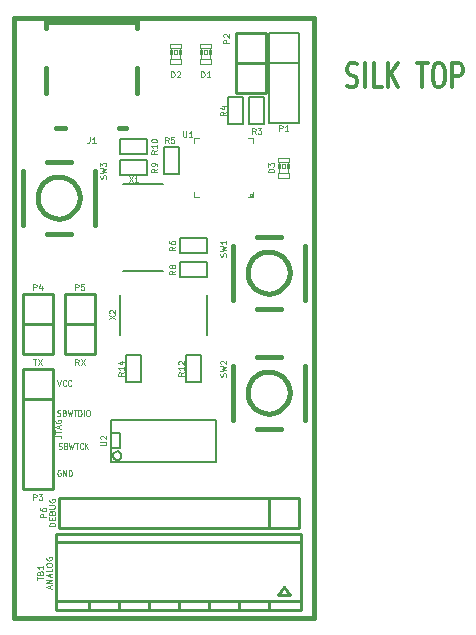
<source format=gto>
G04 (created by PCBNEW-RS274X (2012-01-19 BZR 3256)-stable) date 9/17/2012 8:45:25 AM*
G01*
G70*
G90*
%MOIN*%
G04 Gerber Fmt 3.4, Leading zero omitted, Abs format*
%FSLAX34Y34*%
G04 APERTURE LIST*
%ADD10C,0.006000*%
%ADD11C,0.012000*%
%ADD12C,0.004000*%
%ADD13C,0.015000*%
%ADD14C,0.003900*%
%ADD15C,0.005000*%
%ADD16C,0.002600*%
%ADD17C,0.010000*%
G04 APERTURE END LIST*
G54D10*
G54D11*
X71114Y-32286D02*
X71200Y-32324D01*
X71343Y-32324D01*
X71400Y-32286D01*
X71429Y-32248D01*
X71457Y-32171D01*
X71457Y-32095D01*
X71429Y-32019D01*
X71400Y-31981D01*
X71343Y-31943D01*
X71229Y-31905D01*
X71171Y-31867D01*
X71143Y-31829D01*
X71114Y-31752D01*
X71114Y-31676D01*
X71143Y-31600D01*
X71171Y-31562D01*
X71229Y-31524D01*
X71371Y-31524D01*
X71457Y-31562D01*
X71714Y-32324D02*
X71714Y-31524D01*
X72286Y-32324D02*
X72000Y-32324D01*
X72000Y-31524D01*
X72486Y-32324D02*
X72486Y-31524D01*
X72829Y-32324D02*
X72572Y-31867D01*
X72829Y-31524D02*
X72486Y-31981D01*
X73457Y-31524D02*
X73800Y-31524D01*
X73629Y-32324D02*
X73629Y-31524D01*
X74114Y-31524D02*
X74228Y-31524D01*
X74286Y-31562D01*
X74343Y-31638D01*
X74371Y-31790D01*
X74371Y-32057D01*
X74343Y-32210D01*
X74286Y-32286D01*
X74228Y-32324D01*
X74114Y-32324D01*
X74057Y-32286D01*
X74000Y-32210D01*
X73971Y-32057D01*
X73971Y-31790D01*
X74000Y-31638D01*
X74057Y-31562D01*
X74114Y-31524D01*
X74629Y-32324D02*
X74629Y-31524D01*
X74857Y-31524D01*
X74915Y-31562D01*
X74943Y-31600D01*
X74972Y-31676D01*
X74972Y-31790D01*
X74943Y-31867D01*
X74915Y-31905D01*
X74857Y-31943D01*
X74629Y-31943D01*
G54D12*
X61563Y-45090D02*
X61546Y-45081D01*
X61520Y-45081D01*
X61495Y-45090D01*
X61477Y-45110D01*
X61469Y-45129D01*
X61460Y-45167D01*
X61460Y-45195D01*
X61469Y-45233D01*
X61477Y-45252D01*
X61495Y-45271D01*
X61520Y-45281D01*
X61537Y-45281D01*
X61563Y-45271D01*
X61572Y-45262D01*
X61572Y-45195D01*
X61537Y-45195D01*
X61649Y-45281D02*
X61649Y-45081D01*
X61752Y-45281D01*
X61752Y-45081D01*
X61838Y-45281D02*
X61838Y-45081D01*
X61881Y-45081D01*
X61906Y-45090D01*
X61924Y-45110D01*
X61932Y-45129D01*
X61941Y-45167D01*
X61941Y-45195D01*
X61932Y-45233D01*
X61924Y-45252D01*
X61906Y-45271D01*
X61881Y-45281D01*
X61838Y-45281D01*
X61507Y-44371D02*
X61533Y-44381D01*
X61576Y-44381D01*
X61593Y-44371D01*
X61602Y-44362D01*
X61610Y-44343D01*
X61610Y-44324D01*
X61602Y-44305D01*
X61593Y-44295D01*
X61576Y-44286D01*
X61542Y-44276D01*
X61524Y-44267D01*
X61516Y-44257D01*
X61507Y-44238D01*
X61507Y-44219D01*
X61516Y-44200D01*
X61524Y-44190D01*
X61542Y-44181D01*
X61584Y-44181D01*
X61610Y-44190D01*
X61747Y-44276D02*
X61773Y-44286D01*
X61781Y-44295D01*
X61790Y-44314D01*
X61790Y-44343D01*
X61781Y-44362D01*
X61773Y-44371D01*
X61755Y-44381D01*
X61687Y-44381D01*
X61687Y-44181D01*
X61747Y-44181D01*
X61764Y-44190D01*
X61773Y-44200D01*
X61781Y-44219D01*
X61781Y-44238D01*
X61773Y-44257D01*
X61764Y-44267D01*
X61747Y-44276D01*
X61687Y-44276D01*
X61850Y-44181D02*
X61893Y-44381D01*
X61927Y-44238D01*
X61961Y-44381D01*
X62004Y-44181D01*
X62047Y-44181D02*
X62150Y-44181D01*
X62099Y-44381D02*
X62099Y-44181D01*
X62313Y-44362D02*
X62304Y-44371D01*
X62278Y-44381D01*
X62261Y-44381D01*
X62236Y-44371D01*
X62218Y-44352D01*
X62210Y-44333D01*
X62201Y-44295D01*
X62201Y-44267D01*
X62210Y-44229D01*
X62218Y-44210D01*
X62236Y-44190D01*
X62261Y-44181D01*
X62278Y-44181D01*
X62304Y-44190D01*
X62313Y-44200D01*
X62390Y-44381D02*
X62390Y-44181D01*
X62493Y-44381D02*
X62416Y-44267D01*
X62493Y-44181D02*
X62390Y-44295D01*
X61460Y-43271D02*
X61486Y-43281D01*
X61529Y-43281D01*
X61546Y-43271D01*
X61555Y-43262D01*
X61563Y-43243D01*
X61563Y-43224D01*
X61555Y-43205D01*
X61546Y-43195D01*
X61529Y-43186D01*
X61495Y-43176D01*
X61477Y-43167D01*
X61469Y-43157D01*
X61460Y-43138D01*
X61460Y-43119D01*
X61469Y-43100D01*
X61477Y-43090D01*
X61495Y-43081D01*
X61537Y-43081D01*
X61563Y-43090D01*
X61700Y-43176D02*
X61726Y-43186D01*
X61734Y-43195D01*
X61743Y-43214D01*
X61743Y-43243D01*
X61734Y-43262D01*
X61726Y-43271D01*
X61708Y-43281D01*
X61640Y-43281D01*
X61640Y-43081D01*
X61700Y-43081D01*
X61717Y-43090D01*
X61726Y-43100D01*
X61734Y-43119D01*
X61734Y-43138D01*
X61726Y-43157D01*
X61717Y-43167D01*
X61700Y-43176D01*
X61640Y-43176D01*
X61803Y-43081D02*
X61846Y-43281D01*
X61880Y-43138D01*
X61914Y-43281D01*
X61957Y-43081D01*
X62000Y-43081D02*
X62103Y-43081D01*
X62052Y-43281D02*
X62052Y-43081D01*
X62163Y-43281D02*
X62163Y-43081D01*
X62206Y-43081D01*
X62231Y-43090D01*
X62249Y-43110D01*
X62257Y-43129D01*
X62266Y-43167D01*
X62266Y-43195D01*
X62257Y-43233D01*
X62249Y-43252D01*
X62231Y-43271D01*
X62206Y-43281D01*
X62163Y-43281D01*
X62343Y-43281D02*
X62343Y-43081D01*
X62463Y-43081D02*
X62497Y-43081D01*
X62515Y-43090D01*
X62532Y-43110D01*
X62540Y-43148D01*
X62540Y-43214D01*
X62532Y-43252D01*
X62515Y-43271D01*
X62497Y-43281D01*
X62463Y-43281D01*
X62446Y-43271D01*
X62429Y-43252D01*
X62420Y-43214D01*
X62420Y-43148D01*
X62429Y-43110D01*
X62446Y-43090D01*
X62463Y-43081D01*
X61460Y-42081D02*
X61520Y-42281D01*
X61580Y-42081D01*
X61743Y-42262D02*
X61734Y-42271D01*
X61708Y-42281D01*
X61691Y-42281D01*
X61666Y-42271D01*
X61648Y-42252D01*
X61640Y-42233D01*
X61631Y-42195D01*
X61631Y-42167D01*
X61640Y-42129D01*
X61648Y-42110D01*
X61666Y-42090D01*
X61691Y-42081D01*
X61708Y-42081D01*
X61734Y-42090D01*
X61743Y-42100D01*
X61923Y-42262D02*
X61914Y-42271D01*
X61888Y-42281D01*
X61871Y-42281D01*
X61846Y-42271D01*
X61828Y-42252D01*
X61820Y-42233D01*
X61811Y-42195D01*
X61811Y-42167D01*
X61820Y-42129D01*
X61828Y-42110D01*
X61846Y-42090D01*
X61871Y-42081D01*
X61888Y-42081D01*
X61914Y-42090D01*
X61923Y-42100D01*
G54D13*
X60000Y-50000D02*
X70000Y-50000D01*
X60000Y-30000D02*
X60000Y-50000D01*
X70000Y-30000D02*
X60000Y-30000D01*
X70000Y-30000D02*
X70000Y-50000D01*
G54D14*
X67946Y-35906D02*
X67945Y-35913D01*
X67942Y-35921D01*
X67939Y-35928D01*
X67934Y-35934D01*
X67928Y-35939D01*
X67921Y-35942D01*
X67914Y-35945D01*
X67906Y-35945D01*
X67899Y-35945D01*
X67892Y-35943D01*
X67885Y-35939D01*
X67879Y-35934D01*
X67873Y-35928D01*
X67870Y-35921D01*
X67867Y-35914D01*
X67867Y-35906D01*
X67867Y-35899D01*
X67869Y-35892D01*
X67873Y-35885D01*
X67878Y-35879D01*
X67884Y-35874D01*
X67890Y-35870D01*
X67898Y-35867D01*
X67906Y-35867D01*
X67912Y-35867D01*
X67920Y-35869D01*
X67927Y-35873D01*
X67933Y-35878D01*
X67938Y-35883D01*
X67942Y-35890D01*
X67945Y-35898D01*
X67945Y-35905D01*
X67946Y-35906D01*
X67827Y-35984D02*
X67984Y-35984D01*
X67984Y-35984D02*
X67984Y-35827D01*
X67984Y-34173D02*
X67984Y-34016D01*
X67984Y-34016D02*
X67827Y-34016D01*
X66173Y-34016D02*
X66016Y-34016D01*
X66016Y-34173D02*
X66016Y-34016D01*
X66016Y-35984D02*
X66016Y-35827D01*
X66016Y-35984D02*
X66173Y-35984D01*
G54D13*
X61420Y-33680D02*
X61700Y-33680D01*
X64110Y-30140D02*
X64110Y-30350D01*
X61090Y-30140D02*
X61090Y-30350D01*
X64120Y-31680D02*
X64120Y-32500D01*
X61080Y-31680D02*
X61080Y-32520D01*
X63500Y-33680D02*
X63760Y-33680D01*
X61090Y-30140D02*
X64110Y-30140D01*
X69200Y-38500D02*
X69186Y-38635D01*
X69147Y-38766D01*
X69083Y-38887D01*
X68996Y-38993D01*
X68891Y-39080D01*
X68771Y-39145D01*
X68640Y-39185D01*
X68504Y-39199D01*
X68369Y-39187D01*
X68238Y-39149D01*
X68117Y-39085D01*
X68011Y-39000D01*
X67923Y-38895D01*
X67857Y-38775D01*
X67816Y-38645D01*
X67801Y-38509D01*
X67812Y-38374D01*
X67850Y-38243D01*
X67912Y-38121D01*
X67997Y-38014D01*
X68101Y-37926D01*
X68220Y-37859D01*
X68350Y-37817D01*
X68486Y-37801D01*
X68621Y-37811D01*
X68753Y-37848D01*
X68875Y-37909D01*
X68982Y-37994D01*
X69072Y-38097D01*
X69139Y-38216D01*
X69182Y-38345D01*
X69199Y-38481D01*
X69200Y-38500D01*
X68900Y-39700D02*
X68100Y-39700D01*
X69700Y-37600D02*
X69700Y-39400D01*
X68100Y-37300D02*
X68900Y-37300D01*
X67300Y-39400D02*
X67300Y-37600D01*
X62200Y-36000D02*
X62186Y-36135D01*
X62147Y-36266D01*
X62083Y-36387D01*
X61996Y-36493D01*
X61891Y-36580D01*
X61771Y-36645D01*
X61640Y-36685D01*
X61504Y-36699D01*
X61369Y-36687D01*
X61238Y-36649D01*
X61117Y-36585D01*
X61011Y-36500D01*
X60923Y-36395D01*
X60857Y-36275D01*
X60816Y-36145D01*
X60801Y-36009D01*
X60812Y-35874D01*
X60850Y-35743D01*
X60912Y-35621D01*
X60997Y-35514D01*
X61101Y-35426D01*
X61220Y-35359D01*
X61350Y-35317D01*
X61486Y-35301D01*
X61621Y-35311D01*
X61753Y-35348D01*
X61875Y-35409D01*
X61982Y-35494D01*
X62072Y-35597D01*
X62139Y-35716D01*
X62182Y-35845D01*
X62199Y-35981D01*
X62200Y-36000D01*
X61100Y-34800D02*
X61900Y-34800D01*
X60300Y-36900D02*
X60300Y-35100D01*
X61900Y-37200D02*
X61100Y-37200D01*
X62700Y-35100D02*
X62700Y-36900D01*
X69200Y-42500D02*
X69186Y-42635D01*
X69147Y-42766D01*
X69083Y-42887D01*
X68996Y-42993D01*
X68891Y-43080D01*
X68771Y-43145D01*
X68640Y-43185D01*
X68504Y-43199D01*
X68369Y-43187D01*
X68238Y-43149D01*
X68117Y-43085D01*
X68011Y-43000D01*
X67923Y-42895D01*
X67857Y-42775D01*
X67816Y-42645D01*
X67801Y-42509D01*
X67812Y-42374D01*
X67850Y-42243D01*
X67912Y-42121D01*
X67997Y-42014D01*
X68101Y-41926D01*
X68220Y-41859D01*
X68350Y-41817D01*
X68486Y-41801D01*
X68621Y-41811D01*
X68753Y-41848D01*
X68875Y-41909D01*
X68982Y-41994D01*
X69072Y-42097D01*
X69139Y-42216D01*
X69182Y-42345D01*
X69199Y-42481D01*
X69200Y-42500D01*
X68900Y-43700D02*
X68100Y-43700D01*
X69700Y-41600D02*
X69700Y-43400D01*
X68100Y-41300D02*
X68900Y-41300D01*
X67300Y-43400D02*
X67300Y-41600D01*
G54D10*
X63250Y-43400D02*
X66750Y-43400D01*
X66750Y-43400D02*
X66750Y-44800D01*
X66750Y-44800D02*
X63250Y-44800D01*
X63250Y-44800D02*
X63250Y-43400D01*
G54D15*
X63591Y-44600D02*
X63588Y-44627D01*
X63580Y-44653D01*
X63567Y-44678D01*
X63550Y-44699D01*
X63528Y-44716D01*
X63504Y-44729D01*
X63478Y-44738D01*
X63450Y-44740D01*
X63424Y-44738D01*
X63398Y-44730D01*
X63373Y-44717D01*
X63352Y-44700D01*
X63334Y-44679D01*
X63321Y-44655D01*
X63313Y-44629D01*
X63310Y-44601D01*
X63312Y-44575D01*
X63319Y-44549D01*
X63332Y-44524D01*
X63349Y-44503D01*
X63370Y-44485D01*
X63394Y-44471D01*
X63420Y-44463D01*
X63448Y-44460D01*
X63474Y-44462D01*
X63500Y-44469D01*
X63525Y-44481D01*
X63547Y-44498D01*
X63565Y-44519D01*
X63578Y-44543D01*
X63587Y-44569D01*
X63590Y-44597D01*
X63591Y-44600D01*
X63250Y-43850D02*
X63550Y-43850D01*
X63550Y-43850D02*
X63550Y-44350D01*
X63550Y-44350D02*
X63250Y-44350D01*
X67850Y-33550D02*
X67850Y-32650D01*
X67850Y-32650D02*
X68350Y-32650D01*
X68350Y-32650D02*
X68350Y-33550D01*
X68350Y-33550D02*
X67850Y-33550D01*
X67150Y-33550D02*
X67150Y-32650D01*
X67150Y-32650D02*
X67650Y-32650D01*
X67650Y-32650D02*
X67650Y-33550D01*
X67650Y-33550D02*
X67150Y-33550D01*
X65000Y-35200D02*
X65000Y-34300D01*
X65000Y-34300D02*
X65500Y-34300D01*
X65500Y-34300D02*
X65500Y-35200D01*
X65500Y-35200D02*
X65000Y-35200D01*
X65550Y-37350D02*
X66450Y-37350D01*
X66450Y-37350D02*
X66450Y-37850D01*
X66450Y-37850D02*
X65550Y-37850D01*
X65550Y-37850D02*
X65550Y-37350D01*
X65550Y-38150D02*
X66450Y-38150D01*
X66450Y-38150D02*
X66450Y-38650D01*
X66450Y-38650D02*
X65550Y-38650D01*
X65550Y-38650D02*
X65550Y-38150D01*
X63550Y-34750D02*
X64450Y-34750D01*
X64450Y-34750D02*
X64450Y-35250D01*
X64450Y-35250D02*
X63550Y-35250D01*
X63550Y-35250D02*
X63550Y-34750D01*
X63550Y-34050D02*
X64450Y-34050D01*
X64450Y-34050D02*
X64450Y-34550D01*
X64450Y-34550D02*
X63550Y-34550D01*
X63550Y-34550D02*
X63550Y-34050D01*
X64250Y-41250D02*
X64250Y-42150D01*
X64250Y-42150D02*
X63750Y-42150D01*
X63750Y-42150D02*
X63750Y-41250D01*
X63750Y-41250D02*
X64250Y-41250D01*
X66250Y-41250D02*
X66250Y-42150D01*
X66250Y-42150D02*
X65750Y-42150D01*
X65750Y-42150D02*
X65750Y-41250D01*
X65750Y-41250D02*
X66250Y-41250D01*
G54D16*
X68823Y-34823D02*
X69177Y-34823D01*
X69177Y-34823D02*
X69177Y-34666D01*
X68823Y-34666D02*
X69177Y-34666D01*
X68823Y-34823D02*
X68823Y-34666D01*
X68823Y-35334D02*
X69177Y-35334D01*
X69177Y-35334D02*
X69177Y-35177D01*
X68823Y-35177D02*
X69177Y-35177D01*
X68823Y-35334D02*
X68823Y-35177D01*
X68823Y-35000D02*
X68882Y-35000D01*
X68882Y-35000D02*
X68882Y-34882D01*
X68823Y-34882D02*
X68882Y-34882D01*
X68823Y-35000D02*
X68823Y-34882D01*
X69118Y-35000D02*
X69177Y-35000D01*
X69177Y-35000D02*
X69177Y-34882D01*
X69118Y-34882D02*
X69177Y-34882D01*
X69118Y-35000D02*
X69118Y-34882D01*
X68941Y-35000D02*
X69059Y-35000D01*
X69059Y-35000D02*
X69059Y-34882D01*
X68941Y-34882D02*
X69059Y-34882D01*
X68941Y-35000D02*
X68941Y-34882D01*
G54D12*
X68843Y-34823D02*
X68843Y-35177D01*
X69157Y-34823D02*
X69157Y-35177D01*
G54D16*
X65223Y-31023D02*
X65577Y-31023D01*
X65577Y-31023D02*
X65577Y-30866D01*
X65223Y-30866D02*
X65577Y-30866D01*
X65223Y-31023D02*
X65223Y-30866D01*
X65223Y-31534D02*
X65577Y-31534D01*
X65577Y-31534D02*
X65577Y-31377D01*
X65223Y-31377D02*
X65577Y-31377D01*
X65223Y-31534D02*
X65223Y-31377D01*
X65223Y-31200D02*
X65282Y-31200D01*
X65282Y-31200D02*
X65282Y-31082D01*
X65223Y-31082D02*
X65282Y-31082D01*
X65223Y-31200D02*
X65223Y-31082D01*
X65518Y-31200D02*
X65577Y-31200D01*
X65577Y-31200D02*
X65577Y-31082D01*
X65518Y-31082D02*
X65577Y-31082D01*
X65518Y-31200D02*
X65518Y-31082D01*
X65341Y-31200D02*
X65459Y-31200D01*
X65459Y-31200D02*
X65459Y-31082D01*
X65341Y-31082D02*
X65459Y-31082D01*
X65341Y-31200D02*
X65341Y-31082D01*
G54D12*
X65243Y-31023D02*
X65243Y-31377D01*
X65557Y-31023D02*
X65557Y-31377D01*
G54D16*
X66223Y-31023D02*
X66577Y-31023D01*
X66577Y-31023D02*
X66577Y-30866D01*
X66223Y-30866D02*
X66577Y-30866D01*
X66223Y-31023D02*
X66223Y-30866D01*
X66223Y-31534D02*
X66577Y-31534D01*
X66577Y-31534D02*
X66577Y-31377D01*
X66223Y-31377D02*
X66577Y-31377D01*
X66223Y-31534D02*
X66223Y-31377D01*
X66223Y-31200D02*
X66282Y-31200D01*
X66282Y-31200D02*
X66282Y-31082D01*
X66223Y-31082D02*
X66282Y-31082D01*
X66223Y-31200D02*
X66223Y-31082D01*
X66518Y-31200D02*
X66577Y-31200D01*
X66577Y-31200D02*
X66577Y-31082D01*
X66518Y-31082D02*
X66577Y-31082D01*
X66518Y-31200D02*
X66518Y-31082D01*
X66341Y-31200D02*
X66459Y-31200D01*
X66459Y-31200D02*
X66459Y-31082D01*
X66341Y-31082D02*
X66459Y-31082D01*
X66341Y-31200D02*
X66341Y-31082D01*
G54D12*
X66243Y-31023D02*
X66243Y-31377D01*
X66557Y-31023D02*
X66557Y-31377D01*
G54D17*
X69500Y-46000D02*
X61500Y-46000D01*
X61500Y-47000D02*
X69500Y-47000D01*
X69500Y-46000D02*
X69500Y-47000D01*
X61500Y-47000D02*
X61500Y-46000D01*
X68500Y-47000D02*
X68500Y-46000D01*
G54D10*
X68500Y-30500D02*
X69500Y-30500D01*
X69500Y-30500D02*
X69500Y-33500D01*
X69500Y-33500D02*
X68500Y-33500D01*
X68500Y-33500D02*
X68500Y-30500D01*
X69500Y-31500D02*
X68500Y-31500D01*
G54D17*
X61700Y-39200D02*
X61700Y-41200D01*
X62700Y-39200D02*
X62700Y-41200D01*
X61700Y-39200D02*
X62700Y-39200D01*
X62700Y-41200D02*
X61700Y-41200D01*
X62700Y-40200D02*
X61700Y-40200D01*
X60300Y-39200D02*
X60300Y-41200D01*
X61300Y-39200D02*
X61300Y-41200D01*
X60300Y-39200D02*
X61300Y-39200D01*
X61300Y-41200D02*
X60300Y-41200D01*
X61300Y-40200D02*
X60300Y-40200D01*
X68400Y-32500D02*
X68400Y-30500D01*
X67400Y-32500D02*
X67400Y-30500D01*
X68400Y-32500D02*
X67400Y-32500D01*
X67400Y-30500D02*
X68400Y-30500D01*
X67400Y-31500D02*
X68400Y-31500D01*
G54D15*
X63543Y-40569D02*
X63543Y-39231D01*
X66457Y-40569D02*
X66457Y-39231D01*
X64969Y-38457D02*
X63631Y-38457D01*
X64969Y-35543D02*
X63631Y-35543D01*
G54D17*
X60300Y-41700D02*
X60300Y-45700D01*
X61300Y-41700D02*
X61300Y-45700D01*
X60300Y-41700D02*
X61300Y-41700D01*
X61300Y-45700D02*
X60300Y-45700D01*
X61300Y-42700D02*
X60300Y-42700D01*
X69004Y-48972D02*
X69201Y-49248D01*
X69201Y-49248D02*
X68807Y-49248D01*
X68807Y-49248D02*
X69004Y-48972D01*
X69594Y-47476D02*
X61406Y-47476D01*
X69594Y-49445D02*
X61406Y-49445D01*
X69594Y-49760D02*
X69594Y-47201D01*
X69594Y-47201D02*
X61406Y-47201D01*
X61406Y-47201D02*
X61406Y-49760D01*
X61406Y-49760D02*
X69594Y-49760D01*
X62500Y-49512D02*
X62500Y-49762D01*
X63500Y-49512D02*
X63500Y-49762D01*
X64500Y-49512D02*
X64500Y-49762D01*
X65500Y-49512D02*
X65500Y-49762D01*
X66500Y-49512D02*
X66500Y-49762D01*
X67500Y-49512D02*
X67500Y-49762D01*
X68500Y-49512D02*
X68500Y-49762D01*
G54D12*
X65648Y-33793D02*
X65648Y-33939D01*
X65657Y-33956D01*
X65667Y-33964D01*
X65686Y-33973D01*
X65724Y-33973D01*
X65743Y-33964D01*
X65752Y-33956D01*
X65762Y-33939D01*
X65762Y-33793D01*
X65962Y-33973D02*
X65848Y-33973D01*
X65905Y-33973D02*
X65905Y-33793D01*
X65886Y-33819D01*
X65867Y-33836D01*
X65848Y-33844D01*
X62534Y-33993D02*
X62534Y-34121D01*
X62524Y-34147D01*
X62505Y-34164D01*
X62477Y-34173D01*
X62458Y-34173D01*
X62733Y-34173D02*
X62619Y-34173D01*
X62676Y-34173D02*
X62676Y-33993D01*
X62657Y-34019D01*
X62638Y-34036D01*
X62619Y-34044D01*
X67064Y-37966D02*
X67073Y-37937D01*
X67073Y-37890D01*
X67064Y-37871D01*
X67056Y-37861D01*
X67039Y-37852D01*
X67021Y-37852D01*
X67004Y-37861D01*
X66996Y-37871D01*
X66987Y-37890D01*
X66979Y-37928D01*
X66970Y-37947D01*
X66961Y-37956D01*
X66944Y-37966D01*
X66927Y-37966D01*
X66910Y-37956D01*
X66901Y-37947D01*
X66893Y-37928D01*
X66893Y-37880D01*
X66901Y-37852D01*
X66893Y-37785D02*
X67073Y-37738D01*
X66944Y-37700D01*
X67073Y-37662D01*
X66893Y-37614D01*
X67073Y-37433D02*
X67073Y-37547D01*
X67073Y-37490D02*
X66893Y-37490D01*
X66919Y-37509D01*
X66936Y-37528D01*
X66944Y-37547D01*
X63064Y-35366D02*
X63073Y-35337D01*
X63073Y-35290D01*
X63064Y-35271D01*
X63056Y-35261D01*
X63039Y-35252D01*
X63021Y-35252D01*
X63004Y-35261D01*
X62996Y-35271D01*
X62987Y-35290D01*
X62979Y-35328D01*
X62970Y-35347D01*
X62961Y-35356D01*
X62944Y-35366D01*
X62927Y-35366D01*
X62910Y-35356D01*
X62901Y-35347D01*
X62893Y-35328D01*
X62893Y-35280D01*
X62901Y-35252D01*
X62893Y-35185D02*
X63073Y-35138D01*
X62944Y-35100D01*
X63073Y-35062D01*
X62893Y-35014D01*
X62893Y-34956D02*
X62893Y-34833D01*
X62961Y-34899D01*
X62961Y-34871D01*
X62970Y-34852D01*
X62979Y-34842D01*
X62996Y-34833D01*
X63039Y-34833D01*
X63056Y-34842D01*
X63064Y-34852D01*
X63073Y-34871D01*
X63073Y-34928D01*
X63064Y-34947D01*
X63056Y-34956D01*
X67064Y-41966D02*
X67073Y-41937D01*
X67073Y-41890D01*
X67064Y-41871D01*
X67056Y-41861D01*
X67039Y-41852D01*
X67021Y-41852D01*
X67004Y-41861D01*
X66996Y-41871D01*
X66987Y-41890D01*
X66979Y-41928D01*
X66970Y-41947D01*
X66961Y-41956D01*
X66944Y-41966D01*
X66927Y-41966D01*
X66910Y-41956D01*
X66901Y-41947D01*
X66893Y-41928D01*
X66893Y-41880D01*
X66901Y-41852D01*
X66893Y-41785D02*
X67073Y-41738D01*
X66944Y-41700D01*
X67073Y-41662D01*
X66893Y-41614D01*
X66910Y-41547D02*
X66901Y-41537D01*
X66893Y-41518D01*
X66893Y-41471D01*
X66901Y-41452D01*
X66910Y-41442D01*
X66927Y-41433D01*
X66944Y-41433D01*
X66970Y-41442D01*
X67073Y-41556D01*
X67073Y-41433D01*
X62893Y-44252D02*
X63039Y-44252D01*
X63056Y-44243D01*
X63064Y-44233D01*
X63073Y-44214D01*
X63073Y-44176D01*
X63064Y-44157D01*
X63056Y-44148D01*
X63039Y-44138D01*
X62893Y-44138D01*
X62910Y-44052D02*
X62901Y-44042D01*
X62893Y-44023D01*
X62893Y-43976D01*
X62901Y-43957D01*
X62910Y-43947D01*
X62927Y-43938D01*
X62944Y-43938D01*
X62970Y-43947D01*
X63073Y-44061D01*
X63073Y-43938D01*
X68067Y-33873D02*
X68000Y-33787D01*
X67953Y-33873D02*
X67953Y-33693D01*
X68029Y-33693D01*
X68048Y-33701D01*
X68057Y-33710D01*
X68067Y-33727D01*
X68067Y-33753D01*
X68057Y-33770D01*
X68048Y-33779D01*
X68029Y-33787D01*
X67953Y-33787D01*
X68134Y-33693D02*
X68257Y-33693D01*
X68191Y-33761D01*
X68219Y-33761D01*
X68238Y-33770D01*
X68248Y-33779D01*
X68257Y-33796D01*
X68257Y-33839D01*
X68248Y-33856D01*
X68238Y-33864D01*
X68219Y-33873D01*
X68162Y-33873D01*
X68143Y-33864D01*
X68134Y-33856D01*
X67073Y-33133D02*
X66987Y-33200D01*
X67073Y-33247D02*
X66893Y-33247D01*
X66893Y-33171D01*
X66901Y-33152D01*
X66910Y-33143D01*
X66927Y-33133D01*
X66953Y-33133D01*
X66970Y-33143D01*
X66979Y-33152D01*
X66987Y-33171D01*
X66987Y-33247D01*
X66953Y-32962D02*
X67073Y-32962D01*
X66884Y-33009D02*
X67013Y-33057D01*
X67013Y-32933D01*
X65167Y-34173D02*
X65100Y-34087D01*
X65053Y-34173D02*
X65053Y-33993D01*
X65129Y-33993D01*
X65148Y-34001D01*
X65157Y-34010D01*
X65167Y-34027D01*
X65167Y-34053D01*
X65157Y-34070D01*
X65148Y-34079D01*
X65129Y-34087D01*
X65053Y-34087D01*
X65348Y-33993D02*
X65253Y-33993D01*
X65243Y-34079D01*
X65253Y-34070D01*
X65272Y-34061D01*
X65319Y-34061D01*
X65338Y-34070D01*
X65348Y-34079D01*
X65357Y-34096D01*
X65357Y-34139D01*
X65348Y-34156D01*
X65338Y-34164D01*
X65319Y-34173D01*
X65272Y-34173D01*
X65253Y-34164D01*
X65243Y-34156D01*
X65373Y-37633D02*
X65287Y-37700D01*
X65373Y-37747D02*
X65193Y-37747D01*
X65193Y-37671D01*
X65201Y-37652D01*
X65210Y-37643D01*
X65227Y-37633D01*
X65253Y-37633D01*
X65270Y-37643D01*
X65279Y-37652D01*
X65287Y-37671D01*
X65287Y-37747D01*
X65193Y-37462D02*
X65193Y-37500D01*
X65201Y-37519D01*
X65210Y-37528D01*
X65236Y-37547D01*
X65270Y-37557D01*
X65339Y-37557D01*
X65356Y-37547D01*
X65364Y-37538D01*
X65373Y-37519D01*
X65373Y-37481D01*
X65364Y-37462D01*
X65356Y-37452D01*
X65339Y-37443D01*
X65296Y-37443D01*
X65279Y-37452D01*
X65270Y-37462D01*
X65261Y-37481D01*
X65261Y-37519D01*
X65270Y-37538D01*
X65279Y-37547D01*
X65296Y-37557D01*
X65373Y-38433D02*
X65287Y-38500D01*
X65373Y-38547D02*
X65193Y-38547D01*
X65193Y-38471D01*
X65201Y-38452D01*
X65210Y-38443D01*
X65227Y-38433D01*
X65253Y-38433D01*
X65270Y-38443D01*
X65279Y-38452D01*
X65287Y-38471D01*
X65287Y-38547D01*
X65270Y-38319D02*
X65261Y-38338D01*
X65253Y-38347D01*
X65236Y-38357D01*
X65227Y-38357D01*
X65210Y-38347D01*
X65201Y-38338D01*
X65193Y-38319D01*
X65193Y-38281D01*
X65201Y-38262D01*
X65210Y-38252D01*
X65227Y-38243D01*
X65236Y-38243D01*
X65253Y-38252D01*
X65261Y-38262D01*
X65270Y-38281D01*
X65270Y-38319D01*
X65279Y-38338D01*
X65287Y-38347D01*
X65304Y-38357D01*
X65339Y-38357D01*
X65356Y-38347D01*
X65364Y-38338D01*
X65373Y-38319D01*
X65373Y-38281D01*
X65364Y-38262D01*
X65356Y-38252D01*
X65339Y-38243D01*
X65304Y-38243D01*
X65287Y-38252D01*
X65279Y-38262D01*
X65270Y-38281D01*
X64773Y-35033D02*
X64687Y-35100D01*
X64773Y-35147D02*
X64593Y-35147D01*
X64593Y-35071D01*
X64601Y-35052D01*
X64610Y-35043D01*
X64627Y-35033D01*
X64653Y-35033D01*
X64670Y-35043D01*
X64679Y-35052D01*
X64687Y-35071D01*
X64687Y-35147D01*
X64773Y-34938D02*
X64773Y-34900D01*
X64764Y-34881D01*
X64756Y-34871D01*
X64730Y-34852D01*
X64696Y-34843D01*
X64627Y-34843D01*
X64610Y-34852D01*
X64601Y-34862D01*
X64593Y-34881D01*
X64593Y-34919D01*
X64601Y-34938D01*
X64610Y-34947D01*
X64627Y-34957D01*
X64670Y-34957D01*
X64687Y-34947D01*
X64696Y-34938D01*
X64704Y-34919D01*
X64704Y-34881D01*
X64696Y-34862D01*
X64687Y-34852D01*
X64670Y-34843D01*
X64773Y-34428D02*
X64687Y-34495D01*
X64773Y-34542D02*
X64593Y-34542D01*
X64593Y-34466D01*
X64601Y-34447D01*
X64610Y-34438D01*
X64627Y-34428D01*
X64653Y-34428D01*
X64670Y-34438D01*
X64679Y-34447D01*
X64687Y-34466D01*
X64687Y-34542D01*
X64773Y-34238D02*
X64773Y-34352D01*
X64773Y-34295D02*
X64593Y-34295D01*
X64619Y-34314D01*
X64636Y-34333D01*
X64644Y-34352D01*
X64593Y-34114D02*
X64593Y-34095D01*
X64601Y-34076D01*
X64610Y-34067D01*
X64627Y-34057D01*
X64661Y-34048D01*
X64704Y-34048D01*
X64739Y-34057D01*
X64756Y-34067D01*
X64764Y-34076D01*
X64773Y-34095D01*
X64773Y-34114D01*
X64764Y-34133D01*
X64756Y-34143D01*
X64739Y-34152D01*
X64704Y-34162D01*
X64661Y-34162D01*
X64627Y-34152D01*
X64610Y-34143D01*
X64601Y-34133D01*
X64593Y-34114D01*
X63673Y-41828D02*
X63587Y-41895D01*
X63673Y-41942D02*
X63493Y-41942D01*
X63493Y-41866D01*
X63501Y-41847D01*
X63510Y-41838D01*
X63527Y-41828D01*
X63553Y-41828D01*
X63570Y-41838D01*
X63579Y-41847D01*
X63587Y-41866D01*
X63587Y-41942D01*
X63673Y-41638D02*
X63673Y-41752D01*
X63673Y-41695D02*
X63493Y-41695D01*
X63519Y-41714D01*
X63536Y-41733D01*
X63544Y-41752D01*
X63553Y-41467D02*
X63673Y-41467D01*
X63484Y-41514D02*
X63613Y-41562D01*
X63613Y-41438D01*
X65673Y-41828D02*
X65587Y-41895D01*
X65673Y-41942D02*
X65493Y-41942D01*
X65493Y-41866D01*
X65501Y-41847D01*
X65510Y-41838D01*
X65527Y-41828D01*
X65553Y-41828D01*
X65570Y-41838D01*
X65579Y-41847D01*
X65587Y-41866D01*
X65587Y-41942D01*
X65673Y-41638D02*
X65673Y-41752D01*
X65673Y-41695D02*
X65493Y-41695D01*
X65519Y-41714D01*
X65536Y-41733D01*
X65544Y-41752D01*
X65510Y-41562D02*
X65501Y-41552D01*
X65493Y-41533D01*
X65493Y-41486D01*
X65501Y-41467D01*
X65510Y-41457D01*
X65527Y-41448D01*
X65544Y-41448D01*
X65570Y-41457D01*
X65673Y-41571D01*
X65673Y-41448D01*
X68673Y-35147D02*
X68493Y-35147D01*
X68493Y-35100D01*
X68501Y-35071D01*
X68519Y-35052D01*
X68536Y-35043D01*
X68570Y-35033D01*
X68596Y-35033D01*
X68630Y-35043D01*
X68647Y-35052D01*
X68664Y-35071D01*
X68673Y-35100D01*
X68673Y-35147D01*
X68493Y-34966D02*
X68493Y-34843D01*
X68561Y-34909D01*
X68561Y-34881D01*
X68570Y-34862D01*
X68579Y-34852D01*
X68596Y-34843D01*
X68639Y-34843D01*
X68656Y-34852D01*
X68664Y-34862D01*
X68673Y-34881D01*
X68673Y-34938D01*
X68664Y-34957D01*
X68656Y-34966D01*
X65253Y-31973D02*
X65253Y-31793D01*
X65300Y-31793D01*
X65329Y-31801D01*
X65348Y-31819D01*
X65357Y-31836D01*
X65367Y-31870D01*
X65367Y-31896D01*
X65357Y-31930D01*
X65348Y-31947D01*
X65329Y-31964D01*
X65300Y-31973D01*
X65253Y-31973D01*
X65443Y-31810D02*
X65453Y-31801D01*
X65472Y-31793D01*
X65519Y-31793D01*
X65538Y-31801D01*
X65548Y-31810D01*
X65557Y-31827D01*
X65557Y-31844D01*
X65548Y-31870D01*
X65434Y-31973D01*
X65557Y-31973D01*
X66253Y-31973D02*
X66253Y-31793D01*
X66300Y-31793D01*
X66329Y-31801D01*
X66348Y-31819D01*
X66357Y-31836D01*
X66367Y-31870D01*
X66367Y-31896D01*
X66357Y-31930D01*
X66348Y-31947D01*
X66329Y-31964D01*
X66300Y-31973D01*
X66253Y-31973D01*
X66557Y-31973D02*
X66443Y-31973D01*
X66500Y-31973D02*
X66500Y-31793D01*
X66481Y-31819D01*
X66462Y-31836D01*
X66443Y-31844D01*
X61073Y-46647D02*
X60893Y-46647D01*
X60893Y-46571D01*
X60901Y-46552D01*
X60910Y-46543D01*
X60927Y-46533D01*
X60953Y-46533D01*
X60970Y-46543D01*
X60979Y-46552D01*
X60987Y-46571D01*
X60987Y-46647D01*
X60893Y-46362D02*
X60893Y-46400D01*
X60901Y-46419D01*
X60910Y-46428D01*
X60936Y-46447D01*
X60970Y-46457D01*
X61039Y-46457D01*
X61056Y-46447D01*
X61064Y-46438D01*
X61073Y-46419D01*
X61073Y-46381D01*
X61064Y-46362D01*
X61056Y-46352D01*
X61039Y-46343D01*
X60996Y-46343D01*
X60979Y-46352D01*
X60970Y-46362D01*
X60961Y-46381D01*
X60961Y-46419D01*
X60970Y-46438D01*
X60979Y-46447D01*
X60996Y-46457D01*
X61373Y-46947D02*
X61193Y-46947D01*
X61193Y-46900D01*
X61201Y-46871D01*
X61219Y-46852D01*
X61236Y-46843D01*
X61270Y-46833D01*
X61296Y-46833D01*
X61330Y-46843D01*
X61347Y-46852D01*
X61364Y-46871D01*
X61373Y-46900D01*
X61373Y-46947D01*
X61279Y-46747D02*
X61279Y-46681D01*
X61373Y-46652D02*
X61373Y-46747D01*
X61193Y-46747D01*
X61193Y-46652D01*
X61279Y-46500D02*
X61287Y-46471D01*
X61296Y-46462D01*
X61313Y-46452D01*
X61339Y-46452D01*
X61356Y-46462D01*
X61364Y-46471D01*
X61373Y-46490D01*
X61373Y-46566D01*
X61193Y-46566D01*
X61193Y-46500D01*
X61201Y-46481D01*
X61210Y-46471D01*
X61227Y-46462D01*
X61244Y-46462D01*
X61261Y-46471D01*
X61270Y-46481D01*
X61279Y-46500D01*
X61279Y-46566D01*
X61193Y-46366D02*
X61339Y-46366D01*
X61356Y-46357D01*
X61364Y-46347D01*
X61373Y-46328D01*
X61373Y-46290D01*
X61364Y-46271D01*
X61356Y-46262D01*
X61339Y-46252D01*
X61193Y-46252D01*
X61201Y-46052D02*
X61193Y-46071D01*
X61193Y-46099D01*
X61201Y-46128D01*
X61219Y-46147D01*
X61236Y-46156D01*
X61270Y-46166D01*
X61296Y-46166D01*
X61330Y-46156D01*
X61347Y-46147D01*
X61364Y-46128D01*
X61373Y-46099D01*
X61373Y-46080D01*
X61364Y-46052D01*
X61356Y-46042D01*
X61296Y-46042D01*
X61296Y-46080D01*
X68853Y-33773D02*
X68853Y-33593D01*
X68929Y-33593D01*
X68948Y-33601D01*
X68957Y-33610D01*
X68967Y-33627D01*
X68967Y-33653D01*
X68957Y-33670D01*
X68948Y-33679D01*
X68929Y-33687D01*
X68853Y-33687D01*
X69157Y-33773D02*
X69043Y-33773D01*
X69100Y-33773D02*
X69100Y-33593D01*
X69081Y-33619D01*
X69062Y-33636D01*
X69043Y-33644D01*
X62053Y-39073D02*
X62053Y-38893D01*
X62129Y-38893D01*
X62148Y-38901D01*
X62157Y-38910D01*
X62167Y-38927D01*
X62167Y-38953D01*
X62157Y-38970D01*
X62148Y-38979D01*
X62129Y-38987D01*
X62053Y-38987D01*
X62348Y-38893D02*
X62253Y-38893D01*
X62243Y-38979D01*
X62253Y-38970D01*
X62272Y-38961D01*
X62319Y-38961D01*
X62338Y-38970D01*
X62348Y-38979D01*
X62357Y-38996D01*
X62357Y-39039D01*
X62348Y-39056D01*
X62338Y-39064D01*
X62319Y-39073D01*
X62272Y-39073D01*
X62253Y-39064D01*
X62243Y-39056D01*
X62167Y-41573D02*
X62100Y-41487D01*
X62053Y-41573D02*
X62053Y-41393D01*
X62129Y-41393D01*
X62148Y-41401D01*
X62157Y-41410D01*
X62167Y-41427D01*
X62167Y-41453D01*
X62157Y-41470D01*
X62148Y-41479D01*
X62129Y-41487D01*
X62053Y-41487D01*
X62234Y-41393D02*
X62367Y-41573D01*
X62367Y-41393D02*
X62234Y-41573D01*
X60653Y-39073D02*
X60653Y-38893D01*
X60729Y-38893D01*
X60748Y-38901D01*
X60757Y-38910D01*
X60767Y-38927D01*
X60767Y-38953D01*
X60757Y-38970D01*
X60748Y-38979D01*
X60729Y-38987D01*
X60653Y-38987D01*
X60938Y-38953D02*
X60938Y-39073D01*
X60891Y-38884D02*
X60843Y-39013D01*
X60967Y-39013D01*
X60648Y-41393D02*
X60762Y-41393D01*
X60705Y-41573D02*
X60705Y-41393D01*
X60810Y-41393D02*
X60943Y-41573D01*
X60943Y-41393D02*
X60810Y-41573D01*
X67173Y-30847D02*
X66993Y-30847D01*
X66993Y-30771D01*
X67001Y-30752D01*
X67010Y-30743D01*
X67027Y-30733D01*
X67053Y-30733D01*
X67070Y-30743D01*
X67079Y-30752D01*
X67087Y-30771D01*
X67087Y-30847D01*
X67010Y-30657D02*
X67001Y-30647D01*
X66993Y-30628D01*
X66993Y-30581D01*
X67001Y-30562D01*
X67010Y-30552D01*
X67027Y-30543D01*
X67044Y-30543D01*
X67070Y-30552D01*
X67173Y-30666D01*
X67173Y-30543D01*
X63193Y-40061D02*
X63373Y-39928D01*
X63193Y-39928D02*
X63373Y-40061D01*
X63210Y-39862D02*
X63201Y-39852D01*
X63193Y-39833D01*
X63193Y-39786D01*
X63201Y-39767D01*
X63210Y-39757D01*
X63227Y-39748D01*
X63244Y-39748D01*
X63270Y-39757D01*
X63373Y-39871D01*
X63373Y-39748D01*
X63839Y-35293D02*
X63972Y-35473D01*
X63972Y-35293D02*
X63839Y-35473D01*
X64152Y-35473D02*
X64038Y-35473D01*
X64095Y-35473D02*
X64095Y-35293D01*
X64076Y-35319D01*
X64057Y-35336D01*
X64038Y-35344D01*
X60653Y-46073D02*
X60653Y-45893D01*
X60729Y-45893D01*
X60748Y-45901D01*
X60757Y-45910D01*
X60767Y-45927D01*
X60767Y-45953D01*
X60757Y-45970D01*
X60748Y-45979D01*
X60729Y-45987D01*
X60653Y-45987D01*
X60834Y-45893D02*
X60957Y-45893D01*
X60891Y-45961D01*
X60919Y-45961D01*
X60938Y-45970D01*
X60948Y-45979D01*
X60957Y-45996D01*
X60957Y-46039D01*
X60948Y-46056D01*
X60938Y-46064D01*
X60919Y-46073D01*
X60862Y-46073D01*
X60843Y-46064D01*
X60834Y-46056D01*
X61393Y-43932D02*
X61521Y-43932D01*
X61547Y-43942D01*
X61564Y-43961D01*
X61573Y-43989D01*
X61573Y-44008D01*
X61393Y-43866D02*
X61393Y-43752D01*
X61573Y-43809D02*
X61393Y-43809D01*
X61521Y-43695D02*
X61521Y-43600D01*
X61573Y-43714D02*
X61393Y-43647D01*
X61573Y-43581D01*
X61401Y-43410D02*
X61393Y-43429D01*
X61393Y-43457D01*
X61401Y-43486D01*
X61419Y-43505D01*
X61436Y-43514D01*
X61470Y-43524D01*
X61496Y-43524D01*
X61530Y-43514D01*
X61547Y-43505D01*
X61564Y-43486D01*
X61573Y-43457D01*
X61573Y-43438D01*
X61564Y-43410D01*
X61556Y-43400D01*
X61496Y-43400D01*
X61496Y-43438D01*
X60793Y-48752D02*
X60793Y-48638D01*
X60973Y-48695D02*
X60793Y-48695D01*
X60879Y-48505D02*
X60887Y-48476D01*
X60896Y-48467D01*
X60913Y-48457D01*
X60939Y-48457D01*
X60956Y-48467D01*
X60964Y-48476D01*
X60973Y-48495D01*
X60973Y-48571D01*
X60793Y-48571D01*
X60793Y-48505D01*
X60801Y-48486D01*
X60810Y-48476D01*
X60827Y-48467D01*
X60844Y-48467D01*
X60861Y-48476D01*
X60870Y-48486D01*
X60879Y-48505D01*
X60879Y-48571D01*
X60973Y-48267D02*
X60973Y-48381D01*
X60973Y-48324D02*
X60793Y-48324D01*
X60819Y-48343D01*
X60836Y-48362D01*
X60844Y-48381D01*
X61221Y-49024D02*
X61221Y-48929D01*
X61273Y-49043D02*
X61093Y-48976D01*
X61273Y-48910D01*
X61273Y-48843D02*
X61093Y-48843D01*
X61273Y-48729D01*
X61093Y-48729D01*
X61221Y-48643D02*
X61221Y-48548D01*
X61273Y-48662D02*
X61093Y-48595D01*
X61273Y-48529D01*
X61273Y-48367D02*
X61273Y-48462D01*
X61093Y-48462D01*
X61093Y-48262D02*
X61093Y-48224D01*
X61101Y-48205D01*
X61119Y-48186D01*
X61153Y-48177D01*
X61213Y-48177D01*
X61247Y-48186D01*
X61264Y-48205D01*
X61273Y-48224D01*
X61273Y-48262D01*
X61264Y-48281D01*
X61247Y-48300D01*
X61213Y-48310D01*
X61153Y-48310D01*
X61119Y-48300D01*
X61101Y-48281D01*
X61093Y-48262D01*
X61101Y-47986D02*
X61093Y-48005D01*
X61093Y-48033D01*
X61101Y-48062D01*
X61119Y-48081D01*
X61136Y-48090D01*
X61170Y-48100D01*
X61196Y-48100D01*
X61230Y-48090D01*
X61247Y-48081D01*
X61264Y-48062D01*
X61273Y-48033D01*
X61273Y-48014D01*
X61264Y-47986D01*
X61256Y-47976D01*
X61196Y-47976D01*
X61196Y-48014D01*
M02*

</source>
